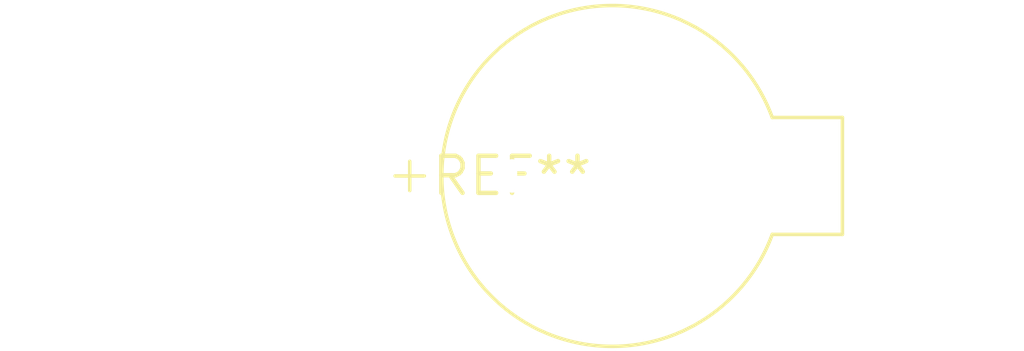
<source format=kicad_pcb>
(kicad_pcb (version 20240108) (generator pcbnew)
  (layers (0 "F.Cu" signal) (31 "B.Cu" signal) (34 "B.Paste" user) (35 "F.Paste" user) (36 "B.SilkS" user "B.Silkscreen") (37 "F.SilkS" user "F.Silkscreen") (38 "B.Mask" user) (39 "F.Mask" user) (44 "Edge.Cuts" user))
  (net 0 "")
  (footprint "DX_5R5HxxxxU_D11.5mm_P10.00mm" (layer "F.Cu") (at 0 0)
    (property "Reference" "REF**")
    (property "Value" "DX_5R5HxxxxU_D11.5mm_P10.00mm")
    (fp_line (start -4 0) (end -3 0) (layer "F.SilkS") (stroke (width 0.12)))
    (fp_line (start -3.5 -0.5) (end -3.5 0.5) (layer "F.SilkS") (stroke (width 0.12)))
    (fp_line (start 8.9 -2) (end 11.3 -2) (layer "F.SilkS") (stroke (width 0.12)))
    (fp_line (start 11.3 -2) (end 11.3 2) (layer "F.SilkS") (stroke (width 0.12)))
    (fp_line (start 11.3 2) (end 8.9 2) (layer "F.SilkS") (stroke (width 0.12)))
    (fp_arc (start 8.9 2) (mid -2.403861 0) (end 8.9 -2) (layer "F.SilkS") (stroke (width 0.12)))
    (pad "1" thru_hole rect (at 0 0) (size 1.35 2.15) (drill oval 0.35 1.15) (layers *.Cu *.Mask) (remove_unused_layers))
    (pad "2" thru_hole oval (at 10 0) (size 1.35 2.15) (drill oval 0.35 1.15) (layers *.Cu *.Mask) (remove_unused_layers))
  )
)
</source>
